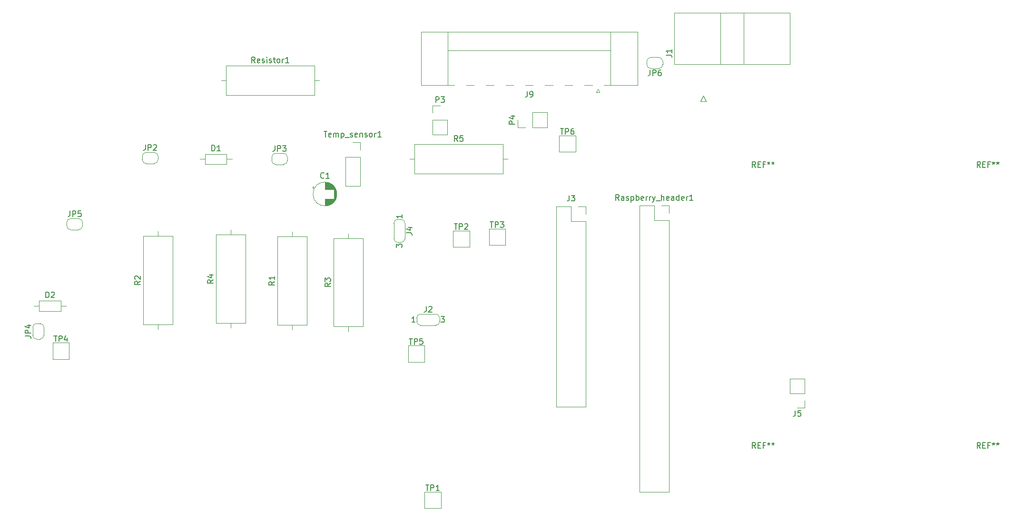
<source format=gbr>
%TF.GenerationSoftware,KiCad,Pcbnew,(5.1.9-0-10_14)*%
%TF.CreationDate,2021-02-20T16:02:38+00:00*%
%TF.ProjectId,base8x,62617365-3878-42e6-9b69-6361645f7063,rev?*%
%TF.SameCoordinates,Original*%
%TF.FileFunction,Legend,Top*%
%TF.FilePolarity,Positive*%
%FSLAX46Y46*%
G04 Gerber Fmt 4.6, Leading zero omitted, Abs format (unit mm)*
G04 Created by KiCad (PCBNEW (5.1.9-0-10_14)) date 2021-02-20 16:02:38*
%MOMM*%
%LPD*%
G01*
G04 APERTURE LIST*
%ADD10C,0.120000*%
%ADD11C,0.150000*%
G04 APERTURE END LIST*
D10*
%TO.C,Raspberry_header1*%
X-226970000Y-53100000D02*
X-224370000Y-53100000D01*
X-226970000Y-53100000D02*
X-226970000Y-104020000D01*
X-226970000Y-104020000D02*
X-221770000Y-104020000D01*
X-221770000Y-55700000D02*
X-221770000Y-104020000D01*
X-224370000Y-55700000D02*
X-221770000Y-55700000D01*
X-224370000Y-53100000D02*
X-224370000Y-55700000D01*
X-221770000Y-53100000D02*
X-221770000Y-54430000D01*
X-223100000Y-53100000D02*
X-221770000Y-53100000D01*
%TO.C,D2*%
X-329011640Y-70898520D02*
X-329961640Y-70898520D01*
X-334751640Y-70898520D02*
X-333801640Y-70898520D01*
X-329961640Y-69978520D02*
X-333801640Y-69978520D01*
X-329961640Y-71818520D02*
X-329961640Y-69978520D01*
X-333801640Y-71818520D02*
X-329961640Y-71818520D01*
X-333801640Y-69978520D02*
X-333801640Y-71818520D01*
%TO.C,D1*%
X-299490000Y-44800000D02*
X-300440000Y-44800000D01*
X-305230000Y-44800000D02*
X-304280000Y-44800000D01*
X-300440000Y-43880000D02*
X-304280000Y-43880000D01*
X-300440000Y-45720000D02*
X-300440000Y-43880000D01*
X-304280000Y-45720000D02*
X-300440000Y-45720000D01*
X-304280000Y-43880000D02*
X-304280000Y-45720000D01*
%TO.C,Resistor1*%
X-283990000Y-30810000D02*
X-284840000Y-30810000D01*
X-301430000Y-30810000D02*
X-300580000Y-30810000D01*
X-284840000Y-28190000D02*
X-300580000Y-28190000D01*
X-284840000Y-33430000D02*
X-284840000Y-28190000D01*
X-300580000Y-33430000D02*
X-284840000Y-33430000D01*
X-300580000Y-28190000D02*
X-300580000Y-33430000D01*
%TO.C,R5*%
X-250461600Y-44780200D02*
X-251311600Y-44780200D01*
X-267901600Y-44780200D02*
X-267051600Y-44780200D01*
X-251311600Y-42160200D02*
X-267051600Y-42160200D01*
X-251311600Y-47400200D02*
X-251311600Y-42160200D01*
X-267051600Y-47400200D02*
X-251311600Y-47400200D01*
X-267051600Y-42160200D02*
X-267051600Y-47400200D01*
%TO.C,R4*%
X-299690000Y-57410000D02*
X-299690000Y-58260000D01*
X-299690000Y-74850000D02*
X-299690000Y-74000000D01*
X-302310000Y-58260000D02*
X-302310000Y-74000000D01*
X-297070000Y-58260000D02*
X-302310000Y-58260000D01*
X-297070000Y-74000000D02*
X-297070000Y-58260000D01*
X-302310000Y-74000000D02*
X-297070000Y-74000000D01*
%TO.C,R3*%
X-278810000Y-58020000D02*
X-278810000Y-58870000D01*
X-278810000Y-75460000D02*
X-278810000Y-74610000D01*
X-281430000Y-58870000D02*
X-281430000Y-74610000D01*
X-276190000Y-58870000D02*
X-281430000Y-58870000D01*
X-276190000Y-74610000D02*
X-276190000Y-58870000D01*
X-281430000Y-74610000D02*
X-276190000Y-74610000D01*
%TO.C,R2*%
X-312650000Y-57640000D02*
X-312650000Y-58490000D01*
X-312650000Y-75080000D02*
X-312650000Y-74230000D01*
X-315270000Y-58490000D02*
X-315270000Y-74230000D01*
X-310030000Y-58490000D02*
X-315270000Y-58490000D01*
X-310030000Y-74230000D02*
X-310030000Y-58490000D01*
X-315270000Y-74230000D02*
X-310030000Y-74230000D01*
%TO.C,R1*%
X-288790000Y-57720000D02*
X-288790000Y-58570000D01*
X-288790000Y-75160000D02*
X-288790000Y-74310000D01*
X-291410000Y-58570000D02*
X-291410000Y-74310000D01*
X-286170000Y-58570000D02*
X-291410000Y-58570000D01*
X-286170000Y-74310000D02*
X-286170000Y-58570000D01*
X-291410000Y-74310000D02*
X-286170000Y-74310000D01*
%TO.C,TP5*%
X-268170000Y-80890000D02*
X-268170000Y-77990000D01*
X-265270000Y-80890000D02*
X-268170000Y-80890000D01*
X-265270000Y-77990000D02*
X-265270000Y-80890000D01*
X-268170000Y-77990000D02*
X-265270000Y-77990000D01*
%TO.C,TP4*%
X-331386000Y-80380000D02*
X-331386000Y-77480000D01*
X-328486000Y-80380000D02*
X-331386000Y-80380000D01*
X-328486000Y-77480000D02*
X-328486000Y-80380000D01*
X-331386000Y-77480000D02*
X-328486000Y-77480000D01*
%TO.C,TP3*%
X-253770000Y-60090000D02*
X-253770000Y-57190000D01*
X-250870000Y-60090000D02*
X-253770000Y-60090000D01*
X-250870000Y-57190000D02*
X-250870000Y-60090000D01*
X-253770000Y-57190000D02*
X-250870000Y-57190000D01*
%TO.C,TP2*%
X-260140000Y-60430000D02*
X-260140000Y-57530000D01*
X-257240000Y-60430000D02*
X-260140000Y-60430000D01*
X-257240000Y-57530000D02*
X-257240000Y-60430000D01*
X-260140000Y-57530000D02*
X-257240000Y-57530000D01*
%TO.C,J1*%
X-215120600Y-34506400D02*
X-215620600Y-33506400D01*
X-216120600Y-34506400D02*
X-215120600Y-34506400D01*
X-215620600Y-33506400D02*
X-216120600Y-34506400D01*
X-200250600Y-27886400D02*
X-220830600Y-27886400D01*
X-200250600Y-18766400D02*
X-200250600Y-27886400D01*
X-220830600Y-18766400D02*
X-200250600Y-18766400D01*
X-220830600Y-27886400D02*
X-220830600Y-18766400D01*
X-208490600Y-27886400D02*
X-208490600Y-18766400D01*
X-212590600Y-27886400D02*
X-212590600Y-18766400D01*
%TO.C,J2*%
X-266004500Y-72367900D02*
X-263204500Y-72367900D01*
X-262554500Y-73067900D02*
X-262554500Y-73667900D01*
X-263204500Y-74367900D02*
X-266004500Y-74367900D01*
X-266654500Y-73667900D02*
X-266654500Y-73067900D01*
X-263254500Y-72367900D02*
G75*
G02*
X-262554500Y-73067900I0J-700000D01*
G01*
X-262554500Y-73667900D02*
G75*
G02*
X-263254500Y-74367900I-700000J0D01*
G01*
X-265954500Y-74367900D02*
G75*
G02*
X-266654500Y-73667900I0J700000D01*
G01*
X-266654500Y-73067900D02*
G75*
G02*
X-265954500Y-72367900I700000J0D01*
G01*
%TO.C,J3*%
X-237910000Y-53240000D02*
X-236580000Y-53240000D01*
X-236580000Y-53240000D02*
X-236580000Y-54570000D01*
X-239180000Y-53240000D02*
X-239180000Y-55840000D01*
X-239180000Y-55840000D02*
X-236580000Y-55840000D01*
X-236580000Y-55840000D02*
X-236580000Y-88920000D01*
X-241780000Y-88920000D02*
X-236580000Y-88920000D01*
X-241780000Y-53240000D02*
X-241780000Y-88920000D01*
X-241780000Y-53240000D02*
X-239180000Y-53240000D01*
%TO.C,J4*%
X-270020000Y-55520000D02*
X-269420000Y-55520000D01*
X-270720000Y-58970000D02*
X-270720000Y-56170000D01*
X-269420000Y-59620000D02*
X-270020000Y-59620000D01*
X-268720000Y-56170000D02*
X-268720000Y-58970000D01*
X-269420000Y-55520000D02*
G75*
G02*
X-268720000Y-56220000I0J-700000D01*
G01*
X-270720000Y-56220000D02*
G75*
G02*
X-270020000Y-55520000I700000J0D01*
G01*
X-270020000Y-59620000D02*
G75*
G02*
X-270720000Y-58920000I0J700000D01*
G01*
X-268720000Y-58920000D02*
G75*
G02*
X-269420000Y-59620000I-700000J0D01*
G01*
%TO.C,J9*%
X-234065800Y-32902200D02*
X-234665800Y-32902200D01*
X-234365800Y-32302200D02*
X-234065800Y-32902200D01*
X-234665800Y-32902200D02*
X-234365800Y-32302200D01*
X-261075800Y-31612200D02*
X-261075800Y-22192200D01*
X-232155800Y-31612200D02*
X-232155800Y-22192200D01*
X-232155800Y-25502200D02*
X-261075800Y-25502200D01*
X-256415800Y-31612200D02*
X-257815800Y-31612200D01*
X-252915800Y-31612200D02*
X-254315800Y-31612200D01*
X-249415800Y-31612200D02*
X-250815800Y-31612200D01*
X-245915800Y-31612200D02*
X-247315800Y-31612200D01*
X-242415800Y-31612200D02*
X-243815800Y-31612200D01*
X-238915800Y-31612200D02*
X-240315800Y-31612200D01*
X-235415800Y-31612200D02*
X-236815800Y-31612200D01*
X-265875800Y-31612200D02*
X-259915800Y-31612200D01*
X-227355800Y-31612200D02*
X-233315800Y-31612200D01*
X-265875800Y-22192200D02*
X-265875800Y-31612200D01*
X-227355800Y-22192200D02*
X-265875800Y-22192200D01*
X-227355800Y-31612200D02*
X-227355800Y-22192200D01*
%TO.C,JP2*%
X-314770000Y-43590000D02*
X-313370000Y-43590000D01*
X-312670000Y-44290000D02*
X-312670000Y-44890000D01*
X-313370000Y-45590000D02*
X-314770000Y-45590000D01*
X-315470000Y-44890000D02*
X-315470000Y-44290000D01*
X-313370000Y-43590000D02*
G75*
G02*
X-312670000Y-44290000I0J-700000D01*
G01*
X-312670000Y-44890000D02*
G75*
G02*
X-313370000Y-45590000I-700000J0D01*
G01*
X-314770000Y-45590000D02*
G75*
G02*
X-315470000Y-44890000I0J700000D01*
G01*
X-315470000Y-44290000D02*
G75*
G02*
X-314770000Y-43590000I700000J0D01*
G01*
%TO.C,JP3*%
X-292440000Y-45050000D02*
X-292440000Y-44450000D01*
X-290340000Y-45750000D02*
X-291740000Y-45750000D01*
X-289640000Y-44450000D02*
X-289640000Y-45050000D01*
X-291740000Y-43750000D02*
X-290340000Y-43750000D01*
X-292440000Y-44450000D02*
G75*
G02*
X-291740000Y-43750000I700000J0D01*
G01*
X-291740000Y-45750000D02*
G75*
G02*
X-292440000Y-45050000I0J700000D01*
G01*
X-289640000Y-45050000D02*
G75*
G02*
X-290340000Y-45750000I-700000J0D01*
G01*
X-290340000Y-43750000D02*
G75*
G02*
X-289640000Y-44450000I0J-700000D01*
G01*
%TO.C,JP4*%
X-334974600Y-76137500D02*
X-334974600Y-74737500D01*
X-334274600Y-74037500D02*
X-333674600Y-74037500D01*
X-332974600Y-74737500D02*
X-332974600Y-76137500D01*
X-333674600Y-76837500D02*
X-334274600Y-76837500D01*
X-334974600Y-74737500D02*
G75*
G02*
X-334274600Y-74037500I700000J0D01*
G01*
X-333674600Y-74037500D02*
G75*
G02*
X-332974600Y-74737500I0J-700000D01*
G01*
X-332974600Y-76137500D02*
G75*
G02*
X-333674600Y-76837500I-700000J0D01*
G01*
X-334274600Y-76837500D02*
G75*
G02*
X-334974600Y-76137500I0J700000D01*
G01*
%TO.C,JP5*%
X-328200000Y-55370000D02*
X-326800000Y-55370000D01*
X-326100000Y-56070000D02*
X-326100000Y-56670000D01*
X-326800000Y-57370000D02*
X-328200000Y-57370000D01*
X-328900000Y-56670000D02*
X-328900000Y-56070000D01*
X-326800000Y-55370000D02*
G75*
G02*
X-326100000Y-56070000I0J-700000D01*
G01*
X-326100000Y-56670000D02*
G75*
G02*
X-326800000Y-57370000I-700000J0D01*
G01*
X-328200000Y-57370000D02*
G75*
G02*
X-328900000Y-56670000I0J700000D01*
G01*
X-328900000Y-56070000D02*
G75*
G02*
X-328200000Y-55370000I700000J0D01*
G01*
%TO.C,JP6*%
X-222882000Y-27386000D02*
X-222882000Y-27986000D01*
X-224982000Y-26686000D02*
X-223582000Y-26686000D01*
X-225682000Y-27986000D02*
X-225682000Y-27386000D01*
X-223582000Y-28686000D02*
X-224982000Y-28686000D01*
X-222882000Y-27986000D02*
G75*
G02*
X-223582000Y-28686000I-700000J0D01*
G01*
X-223582000Y-26686000D02*
G75*
G02*
X-222882000Y-27386000I0J-700000D01*
G01*
X-225682000Y-27386000D02*
G75*
G02*
X-224982000Y-26686000I700000J0D01*
G01*
X-224982000Y-28686000D02*
G75*
G02*
X-225682000Y-27986000I0J700000D01*
G01*
%TO.C,P3*%
X-263830000Y-40450000D02*
X-261170000Y-40450000D01*
X-263830000Y-37850000D02*
X-263830000Y-40450000D01*
X-261170000Y-37850000D02*
X-261170000Y-40450000D01*
X-263830000Y-37850000D02*
X-261170000Y-37850000D01*
X-263830000Y-36580000D02*
X-263830000Y-35250000D01*
X-263830000Y-35250000D02*
X-262500000Y-35250000D01*
%TO.C,P4*%
X-248630000Y-39170000D02*
X-248630000Y-37840000D01*
X-247300000Y-39170000D02*
X-248630000Y-39170000D01*
X-246030000Y-39170000D02*
X-246030000Y-36510000D01*
X-246030000Y-36510000D02*
X-243430000Y-36510000D01*
X-246030000Y-39170000D02*
X-243430000Y-39170000D01*
X-243430000Y-39170000D02*
X-243430000Y-36510000D01*
%TO.C,Temp_sensor1*%
X-278020000Y-41820000D02*
X-276690000Y-41820000D01*
X-276690000Y-41820000D02*
X-276690000Y-43150000D01*
X-276690000Y-44420000D02*
X-276690000Y-49560000D01*
X-279350000Y-49560000D02*
X-276690000Y-49560000D01*
X-279350000Y-44420000D02*
X-279350000Y-49560000D01*
X-279350000Y-44420000D02*
X-276690000Y-44420000D01*
%TO.C,TP1*%
X-265230000Y-104030000D02*
X-262330000Y-104030000D01*
X-262330000Y-104030000D02*
X-262330000Y-106930000D01*
X-262330000Y-106930000D02*
X-265230000Y-106930000D01*
X-265230000Y-106930000D02*
X-265230000Y-104030000D01*
%TO.C,TP6*%
X-241260000Y-43530000D02*
X-241260000Y-40630000D01*
X-238360000Y-43530000D02*
X-241260000Y-43530000D01*
X-238360000Y-40630000D02*
X-238360000Y-43530000D01*
X-241260000Y-40630000D02*
X-238360000Y-40630000D01*
%TO.C,C1*%
X-280848000Y-51003200D02*
G75*
G03*
X-280848000Y-51003200I-2120000J0D01*
G01*
X-282968000Y-51843200D02*
X-282968000Y-53083200D01*
X-282968000Y-48923200D02*
X-282968000Y-50163200D01*
X-282928000Y-51843200D02*
X-282928000Y-53083200D01*
X-282928000Y-48923200D02*
X-282928000Y-50163200D01*
X-282888000Y-51843200D02*
X-282888000Y-53082200D01*
X-282888000Y-48924200D02*
X-282888000Y-50163200D01*
X-282848000Y-48926200D02*
X-282848000Y-50163200D01*
X-282848000Y-51843200D02*
X-282848000Y-53080200D01*
X-282808000Y-48929200D02*
X-282808000Y-50163200D01*
X-282808000Y-51843200D02*
X-282808000Y-53077200D01*
X-282768000Y-48932200D02*
X-282768000Y-50163200D01*
X-282768000Y-51843200D02*
X-282768000Y-53074200D01*
X-282728000Y-48936200D02*
X-282728000Y-50163200D01*
X-282728000Y-51843200D02*
X-282728000Y-53070200D01*
X-282688000Y-48941200D02*
X-282688000Y-50163200D01*
X-282688000Y-51843200D02*
X-282688000Y-53065200D01*
X-282648000Y-48947200D02*
X-282648000Y-50163200D01*
X-282648000Y-51843200D02*
X-282648000Y-53059200D01*
X-282608000Y-48953200D02*
X-282608000Y-50163200D01*
X-282608000Y-51843200D02*
X-282608000Y-53053200D01*
X-282568000Y-48961200D02*
X-282568000Y-50163200D01*
X-282568000Y-51843200D02*
X-282568000Y-53045200D01*
X-282528000Y-48969200D02*
X-282528000Y-50163200D01*
X-282528000Y-51843200D02*
X-282528000Y-53037200D01*
X-282488000Y-48978200D02*
X-282488000Y-50163200D01*
X-282488000Y-51843200D02*
X-282488000Y-53028200D01*
X-282448000Y-48987200D02*
X-282448000Y-50163200D01*
X-282448000Y-51843200D02*
X-282448000Y-53019200D01*
X-282408000Y-48998200D02*
X-282408000Y-50163200D01*
X-282408000Y-51843200D02*
X-282408000Y-53008200D01*
X-282368000Y-49009200D02*
X-282368000Y-50163200D01*
X-282368000Y-51843200D02*
X-282368000Y-52997200D01*
X-282328000Y-49021200D02*
X-282328000Y-50163200D01*
X-282328000Y-51843200D02*
X-282328000Y-52985200D01*
X-282288000Y-49035200D02*
X-282288000Y-50163200D01*
X-282288000Y-51843200D02*
X-282288000Y-52971200D01*
X-282247000Y-49049200D02*
X-282247000Y-50163200D01*
X-282247000Y-51843200D02*
X-282247000Y-52957200D01*
X-282207000Y-49063200D02*
X-282207000Y-50163200D01*
X-282207000Y-51843200D02*
X-282207000Y-52943200D01*
X-282167000Y-49079200D02*
X-282167000Y-50163200D01*
X-282167000Y-51843200D02*
X-282167000Y-52927200D01*
X-282127000Y-49096200D02*
X-282127000Y-50163200D01*
X-282127000Y-51843200D02*
X-282127000Y-52910200D01*
X-282087000Y-49114200D02*
X-282087000Y-50163200D01*
X-282087000Y-51843200D02*
X-282087000Y-52892200D01*
X-282047000Y-49133200D02*
X-282047000Y-50163200D01*
X-282047000Y-51843200D02*
X-282047000Y-52873200D01*
X-282007000Y-49152200D02*
X-282007000Y-50163200D01*
X-282007000Y-51843200D02*
X-282007000Y-52854200D01*
X-281967000Y-49173200D02*
X-281967000Y-50163200D01*
X-281967000Y-51843200D02*
X-281967000Y-52833200D01*
X-281927000Y-49195200D02*
X-281927000Y-50163200D01*
X-281927000Y-51843200D02*
X-281927000Y-52811200D01*
X-281887000Y-49218200D02*
X-281887000Y-50163200D01*
X-281887000Y-51843200D02*
X-281887000Y-52788200D01*
X-281847000Y-49243200D02*
X-281847000Y-50163200D01*
X-281847000Y-51843200D02*
X-281847000Y-52763200D01*
X-281807000Y-49268200D02*
X-281807000Y-50163200D01*
X-281807000Y-51843200D02*
X-281807000Y-52738200D01*
X-281767000Y-49295200D02*
X-281767000Y-50163200D01*
X-281767000Y-51843200D02*
X-281767000Y-52711200D01*
X-281727000Y-49323200D02*
X-281727000Y-50163200D01*
X-281727000Y-51843200D02*
X-281727000Y-52683200D01*
X-281687000Y-49353200D02*
X-281687000Y-50163200D01*
X-281687000Y-51843200D02*
X-281687000Y-52653200D01*
X-281647000Y-49384200D02*
X-281647000Y-50163200D01*
X-281647000Y-51843200D02*
X-281647000Y-52622200D01*
X-281607000Y-49416200D02*
X-281607000Y-50163200D01*
X-281607000Y-51843200D02*
X-281607000Y-52590200D01*
X-281567000Y-49451200D02*
X-281567000Y-50163200D01*
X-281567000Y-51843200D02*
X-281567000Y-52555200D01*
X-281527000Y-49487200D02*
X-281527000Y-50163200D01*
X-281527000Y-51843200D02*
X-281527000Y-52519200D01*
X-281487000Y-49525200D02*
X-281487000Y-50163200D01*
X-281487000Y-51843200D02*
X-281487000Y-52481200D01*
X-281447000Y-49565200D02*
X-281447000Y-50163200D01*
X-281447000Y-51843200D02*
X-281447000Y-52441200D01*
X-281407000Y-49607200D02*
X-281407000Y-50163200D01*
X-281407000Y-51843200D02*
X-281407000Y-52399200D01*
X-281367000Y-49652200D02*
X-281367000Y-52354200D01*
X-281327000Y-49699200D02*
X-281327000Y-52307200D01*
X-281287000Y-49749200D02*
X-281287000Y-52257200D01*
X-281247000Y-49803200D02*
X-281247000Y-52203200D01*
X-281207000Y-49861200D02*
X-281207000Y-52145200D01*
X-281167000Y-49923200D02*
X-281167000Y-52083200D01*
X-281127000Y-49990200D02*
X-281127000Y-52016200D01*
X-281087000Y-50063200D02*
X-281087000Y-51943200D01*
X-281047000Y-50144200D02*
X-281047000Y-51862200D01*
X-281007000Y-50235200D02*
X-281007000Y-51771200D01*
X-280967000Y-50339200D02*
X-280967000Y-51667200D01*
X-280927000Y-50466200D02*
X-280927000Y-51540200D01*
X-280887000Y-50633200D02*
X-280887000Y-51373200D01*
X-285237801Y-49808200D02*
X-284837801Y-49808200D01*
X-285037801Y-49608200D02*
X-285037801Y-50008200D01*
%TO.C,J5*%
X-197600000Y-89080000D02*
X-198930000Y-89080000D01*
X-197600000Y-87750000D02*
X-197600000Y-89080000D01*
X-197600000Y-86480000D02*
X-200260000Y-86480000D01*
X-200260000Y-86480000D02*
X-200260000Y-83880000D01*
X-197600000Y-86480000D02*
X-197600000Y-83880000D01*
X-197600000Y-83880000D02*
X-200260000Y-83880000D01*
%TO.C,REF\u002A\u002A*%
D11*
X-166333333Y-96252380D02*
X-166666666Y-95776190D01*
X-166904761Y-96252380D02*
X-166904761Y-95252380D01*
X-166523809Y-95252380D01*
X-166428571Y-95300000D01*
X-166380952Y-95347619D01*
X-166333333Y-95442857D01*
X-166333333Y-95585714D01*
X-166380952Y-95680952D01*
X-166428571Y-95728571D01*
X-166523809Y-95776190D01*
X-166904761Y-95776190D01*
X-165904761Y-95728571D02*
X-165571428Y-95728571D01*
X-165428571Y-96252380D02*
X-165904761Y-96252380D01*
X-165904761Y-95252380D01*
X-165428571Y-95252380D01*
X-164666666Y-95728571D02*
X-165000000Y-95728571D01*
X-165000000Y-96252380D02*
X-165000000Y-95252380D01*
X-164523809Y-95252380D01*
X-164000000Y-95252380D02*
X-164000000Y-95490476D01*
X-164238095Y-95395238D02*
X-164000000Y-95490476D01*
X-163761904Y-95395238D01*
X-164142857Y-95680952D02*
X-164000000Y-95490476D01*
X-163857142Y-95680952D01*
X-163238095Y-95252380D02*
X-163238095Y-95490476D01*
X-163476190Y-95395238D02*
X-163238095Y-95490476D01*
X-163000000Y-95395238D01*
X-163380952Y-95680952D02*
X-163238095Y-95490476D01*
X-163095238Y-95680952D01*
X-166333333Y-46252380D02*
X-166666666Y-45776190D01*
X-166904761Y-46252380D02*
X-166904761Y-45252380D01*
X-166523809Y-45252380D01*
X-166428571Y-45300000D01*
X-166380952Y-45347619D01*
X-166333333Y-45442857D01*
X-166333333Y-45585714D01*
X-166380952Y-45680952D01*
X-166428571Y-45728571D01*
X-166523809Y-45776190D01*
X-166904761Y-45776190D01*
X-165904761Y-45728571D02*
X-165571428Y-45728571D01*
X-165428571Y-46252380D02*
X-165904761Y-46252380D01*
X-165904761Y-45252380D01*
X-165428571Y-45252380D01*
X-164666666Y-45728571D02*
X-165000000Y-45728571D01*
X-165000000Y-46252380D02*
X-165000000Y-45252380D01*
X-164523809Y-45252380D01*
X-164000000Y-45252380D02*
X-164000000Y-45490476D01*
X-164238095Y-45395238D02*
X-164000000Y-45490476D01*
X-163761904Y-45395238D01*
X-164142857Y-45680952D02*
X-164000000Y-45490476D01*
X-163857142Y-45680952D01*
X-163238095Y-45252380D02*
X-163238095Y-45490476D01*
X-163476190Y-45395238D02*
X-163238095Y-45490476D01*
X-163000000Y-45395238D01*
X-163380952Y-45680952D02*
X-163238095Y-45490476D01*
X-163095238Y-45680952D01*
X-206333333Y-46252380D02*
X-206666666Y-45776190D01*
X-206904761Y-46252380D02*
X-206904761Y-45252380D01*
X-206523809Y-45252380D01*
X-206428571Y-45300000D01*
X-206380952Y-45347619D01*
X-206333333Y-45442857D01*
X-206333333Y-45585714D01*
X-206380952Y-45680952D01*
X-206428571Y-45728571D01*
X-206523809Y-45776190D01*
X-206904761Y-45776190D01*
X-205904761Y-45728571D02*
X-205571428Y-45728571D01*
X-205428571Y-46252380D02*
X-205904761Y-46252380D01*
X-205904761Y-45252380D01*
X-205428571Y-45252380D01*
X-204666666Y-45728571D02*
X-205000000Y-45728571D01*
X-205000000Y-46252380D02*
X-205000000Y-45252380D01*
X-204523809Y-45252380D01*
X-204000000Y-45252380D02*
X-204000000Y-45490476D01*
X-204238095Y-45395238D02*
X-204000000Y-45490476D01*
X-203761904Y-45395238D01*
X-204142857Y-45680952D02*
X-204000000Y-45490476D01*
X-203857142Y-45680952D01*
X-203238095Y-45252380D02*
X-203238095Y-45490476D01*
X-203476190Y-45395238D02*
X-203238095Y-45490476D01*
X-203000000Y-45395238D01*
X-203380952Y-45680952D02*
X-203238095Y-45490476D01*
X-203095238Y-45680952D01*
X-206333333Y-96252380D02*
X-206666666Y-95776190D01*
X-206904761Y-96252380D02*
X-206904761Y-95252380D01*
X-206523809Y-95252380D01*
X-206428571Y-95300000D01*
X-206380952Y-95347619D01*
X-206333333Y-95442857D01*
X-206333333Y-95585714D01*
X-206380952Y-95680952D01*
X-206428571Y-95728571D01*
X-206523809Y-95776190D01*
X-206904761Y-95776190D01*
X-205904761Y-95728571D02*
X-205571428Y-95728571D01*
X-205428571Y-96252380D02*
X-205904761Y-96252380D01*
X-205904761Y-95252380D01*
X-205428571Y-95252380D01*
X-204666666Y-95728571D02*
X-205000000Y-95728571D01*
X-205000000Y-96252380D02*
X-205000000Y-95252380D01*
X-204523809Y-95252380D01*
X-204000000Y-95252380D02*
X-204000000Y-95490476D01*
X-204238095Y-95395238D02*
X-204000000Y-95490476D01*
X-203761904Y-95395238D01*
X-204142857Y-95680952D02*
X-204000000Y-95490476D01*
X-203857142Y-95680952D01*
X-203238095Y-95252380D02*
X-203238095Y-95490476D01*
X-203476190Y-95395238D02*
X-203238095Y-95490476D01*
X-203000000Y-95395238D01*
X-203380952Y-95680952D02*
X-203238095Y-95490476D01*
X-203095238Y-95680952D01*
%TO.C,Raspberry_header1*%
X-230631904Y-52112380D02*
X-230965238Y-51636190D01*
X-231203333Y-52112380D02*
X-231203333Y-51112380D01*
X-230822380Y-51112380D01*
X-230727142Y-51160000D01*
X-230679523Y-51207619D01*
X-230631904Y-51302857D01*
X-230631904Y-51445714D01*
X-230679523Y-51540952D01*
X-230727142Y-51588571D01*
X-230822380Y-51636190D01*
X-231203333Y-51636190D01*
X-229774761Y-52112380D02*
X-229774761Y-51588571D01*
X-229822380Y-51493333D01*
X-229917619Y-51445714D01*
X-230108095Y-51445714D01*
X-230203333Y-51493333D01*
X-229774761Y-52064761D02*
X-229870000Y-52112380D01*
X-230108095Y-52112380D01*
X-230203333Y-52064761D01*
X-230250952Y-51969523D01*
X-230250952Y-51874285D01*
X-230203333Y-51779047D01*
X-230108095Y-51731428D01*
X-229870000Y-51731428D01*
X-229774761Y-51683809D01*
X-229346190Y-52064761D02*
X-229250952Y-52112380D01*
X-229060476Y-52112380D01*
X-228965238Y-52064761D01*
X-228917619Y-51969523D01*
X-228917619Y-51921904D01*
X-228965238Y-51826666D01*
X-229060476Y-51779047D01*
X-229203333Y-51779047D01*
X-229298571Y-51731428D01*
X-229346190Y-51636190D01*
X-229346190Y-51588571D01*
X-229298571Y-51493333D01*
X-229203333Y-51445714D01*
X-229060476Y-51445714D01*
X-228965238Y-51493333D01*
X-228489047Y-51445714D02*
X-228489047Y-52445714D01*
X-228489047Y-51493333D02*
X-228393809Y-51445714D01*
X-228203333Y-51445714D01*
X-228108095Y-51493333D01*
X-228060476Y-51540952D01*
X-228012857Y-51636190D01*
X-228012857Y-51921904D01*
X-228060476Y-52017142D01*
X-228108095Y-52064761D01*
X-228203333Y-52112380D01*
X-228393809Y-52112380D01*
X-228489047Y-52064761D01*
X-227584285Y-52112380D02*
X-227584285Y-51112380D01*
X-227584285Y-51493333D02*
X-227489047Y-51445714D01*
X-227298571Y-51445714D01*
X-227203333Y-51493333D01*
X-227155714Y-51540952D01*
X-227108095Y-51636190D01*
X-227108095Y-51921904D01*
X-227155714Y-52017142D01*
X-227203333Y-52064761D01*
X-227298571Y-52112380D01*
X-227489047Y-52112380D01*
X-227584285Y-52064761D01*
X-226298571Y-52064761D02*
X-226393809Y-52112380D01*
X-226584285Y-52112380D01*
X-226679523Y-52064761D01*
X-226727142Y-51969523D01*
X-226727142Y-51588571D01*
X-226679523Y-51493333D01*
X-226584285Y-51445714D01*
X-226393809Y-51445714D01*
X-226298571Y-51493333D01*
X-226250952Y-51588571D01*
X-226250952Y-51683809D01*
X-226727142Y-51779047D01*
X-225822380Y-52112380D02*
X-225822380Y-51445714D01*
X-225822380Y-51636190D02*
X-225774761Y-51540952D01*
X-225727142Y-51493333D01*
X-225631904Y-51445714D01*
X-225536666Y-51445714D01*
X-225203333Y-52112380D02*
X-225203333Y-51445714D01*
X-225203333Y-51636190D02*
X-225155714Y-51540952D01*
X-225108095Y-51493333D01*
X-225012857Y-51445714D01*
X-224917619Y-51445714D01*
X-224679523Y-51445714D02*
X-224441428Y-52112380D01*
X-224203333Y-51445714D02*
X-224441428Y-52112380D01*
X-224536666Y-52350476D01*
X-224584285Y-52398095D01*
X-224679523Y-52445714D01*
X-224060476Y-52207619D02*
X-223298571Y-52207619D01*
X-223060476Y-52112380D02*
X-223060476Y-51112380D01*
X-222631904Y-52112380D02*
X-222631904Y-51588571D01*
X-222679523Y-51493333D01*
X-222774761Y-51445714D01*
X-222917619Y-51445714D01*
X-223012857Y-51493333D01*
X-223060476Y-51540952D01*
X-221774761Y-52064761D02*
X-221870000Y-52112380D01*
X-222060476Y-52112380D01*
X-222155714Y-52064761D01*
X-222203333Y-51969523D01*
X-222203333Y-51588571D01*
X-222155714Y-51493333D01*
X-222060476Y-51445714D01*
X-221870000Y-51445714D01*
X-221774761Y-51493333D01*
X-221727142Y-51588571D01*
X-221727142Y-51683809D01*
X-222203333Y-51779047D01*
X-220870000Y-52112380D02*
X-220870000Y-51588571D01*
X-220917619Y-51493333D01*
X-221012857Y-51445714D01*
X-221203333Y-51445714D01*
X-221298571Y-51493333D01*
X-220870000Y-52064761D02*
X-220965238Y-52112380D01*
X-221203333Y-52112380D01*
X-221298571Y-52064761D01*
X-221346190Y-51969523D01*
X-221346190Y-51874285D01*
X-221298571Y-51779047D01*
X-221203333Y-51731428D01*
X-220965238Y-51731428D01*
X-220870000Y-51683809D01*
X-219965238Y-52112380D02*
X-219965238Y-51112380D01*
X-219965238Y-52064761D02*
X-220060476Y-52112380D01*
X-220250952Y-52112380D01*
X-220346190Y-52064761D01*
X-220393809Y-52017142D01*
X-220441428Y-51921904D01*
X-220441428Y-51636190D01*
X-220393809Y-51540952D01*
X-220346190Y-51493333D01*
X-220250952Y-51445714D01*
X-220060476Y-51445714D01*
X-219965238Y-51493333D01*
X-219108095Y-52064761D02*
X-219203333Y-52112380D01*
X-219393809Y-52112380D01*
X-219489047Y-52064761D01*
X-219536666Y-51969523D01*
X-219536666Y-51588571D01*
X-219489047Y-51493333D01*
X-219393809Y-51445714D01*
X-219203333Y-51445714D01*
X-219108095Y-51493333D01*
X-219060476Y-51588571D01*
X-219060476Y-51683809D01*
X-219536666Y-51779047D01*
X-218631904Y-52112380D02*
X-218631904Y-51445714D01*
X-218631904Y-51636190D02*
X-218584285Y-51540952D01*
X-218536666Y-51493333D01*
X-218441428Y-51445714D01*
X-218346190Y-51445714D01*
X-217489047Y-52112380D02*
X-218060476Y-52112380D01*
X-217774761Y-52112380D02*
X-217774761Y-51112380D01*
X-217870000Y-51255238D01*
X-217965238Y-51350476D01*
X-218060476Y-51398095D01*
%TO.C,D2*%
X-332619735Y-69430900D02*
X-332619735Y-68430900D01*
X-332381640Y-68430900D01*
X-332238782Y-68478520D01*
X-332143544Y-68573758D01*
X-332095925Y-68668996D01*
X-332048306Y-68859472D01*
X-332048306Y-69002329D01*
X-332095925Y-69192805D01*
X-332143544Y-69288043D01*
X-332238782Y-69383281D01*
X-332381640Y-69430900D01*
X-332619735Y-69430900D01*
X-331667354Y-68526139D02*
X-331619735Y-68478520D01*
X-331524497Y-68430900D01*
X-331286401Y-68430900D01*
X-331191163Y-68478520D01*
X-331143544Y-68526139D01*
X-331095925Y-68621377D01*
X-331095925Y-68716615D01*
X-331143544Y-68859472D01*
X-331714973Y-69430900D01*
X-331095925Y-69430900D01*
%TO.C,D1*%
X-303098095Y-43332380D02*
X-303098095Y-42332380D01*
X-302860000Y-42332380D01*
X-302717142Y-42380000D01*
X-302621904Y-42475238D01*
X-302574285Y-42570476D01*
X-302526666Y-42760952D01*
X-302526666Y-42903809D01*
X-302574285Y-43094285D01*
X-302621904Y-43189523D01*
X-302717142Y-43284761D01*
X-302860000Y-43332380D01*
X-303098095Y-43332380D01*
X-301574285Y-43332380D02*
X-302145714Y-43332380D01*
X-301860000Y-43332380D02*
X-301860000Y-42332380D01*
X-301955238Y-42475238D01*
X-302050476Y-42570476D01*
X-302145714Y-42618095D01*
%TO.C,Resistor1*%
X-295400476Y-27642380D02*
X-295733809Y-27166190D01*
X-295971904Y-27642380D02*
X-295971904Y-26642380D01*
X-295590952Y-26642380D01*
X-295495714Y-26690000D01*
X-295448095Y-26737619D01*
X-295400476Y-26832857D01*
X-295400476Y-26975714D01*
X-295448095Y-27070952D01*
X-295495714Y-27118571D01*
X-295590952Y-27166190D01*
X-295971904Y-27166190D01*
X-294590952Y-27594761D02*
X-294686190Y-27642380D01*
X-294876666Y-27642380D01*
X-294971904Y-27594761D01*
X-295019523Y-27499523D01*
X-295019523Y-27118571D01*
X-294971904Y-27023333D01*
X-294876666Y-26975714D01*
X-294686190Y-26975714D01*
X-294590952Y-27023333D01*
X-294543333Y-27118571D01*
X-294543333Y-27213809D01*
X-295019523Y-27309047D01*
X-294162380Y-27594761D02*
X-294067142Y-27642380D01*
X-293876666Y-27642380D01*
X-293781428Y-27594761D01*
X-293733809Y-27499523D01*
X-293733809Y-27451904D01*
X-293781428Y-27356666D01*
X-293876666Y-27309047D01*
X-294019523Y-27309047D01*
X-294114761Y-27261428D01*
X-294162380Y-27166190D01*
X-294162380Y-27118571D01*
X-294114761Y-27023333D01*
X-294019523Y-26975714D01*
X-293876666Y-26975714D01*
X-293781428Y-27023333D01*
X-293305238Y-27642380D02*
X-293305238Y-26975714D01*
X-293305238Y-26642380D02*
X-293352857Y-26690000D01*
X-293305238Y-26737619D01*
X-293257619Y-26690000D01*
X-293305238Y-26642380D01*
X-293305238Y-26737619D01*
X-292876666Y-27594761D02*
X-292781428Y-27642380D01*
X-292590952Y-27642380D01*
X-292495714Y-27594761D01*
X-292448095Y-27499523D01*
X-292448095Y-27451904D01*
X-292495714Y-27356666D01*
X-292590952Y-27309047D01*
X-292733809Y-27309047D01*
X-292829047Y-27261428D01*
X-292876666Y-27166190D01*
X-292876666Y-27118571D01*
X-292829047Y-27023333D01*
X-292733809Y-26975714D01*
X-292590952Y-26975714D01*
X-292495714Y-27023333D01*
X-292162380Y-26975714D02*
X-291781428Y-26975714D01*
X-292019523Y-26642380D02*
X-292019523Y-27499523D01*
X-291971904Y-27594761D01*
X-291876666Y-27642380D01*
X-291781428Y-27642380D01*
X-291305238Y-27642380D02*
X-291400476Y-27594761D01*
X-291448095Y-27547142D01*
X-291495714Y-27451904D01*
X-291495714Y-27166190D01*
X-291448095Y-27070952D01*
X-291400476Y-27023333D01*
X-291305238Y-26975714D01*
X-291162380Y-26975714D01*
X-291067142Y-27023333D01*
X-291019523Y-27070952D01*
X-290971904Y-27166190D01*
X-290971904Y-27451904D01*
X-291019523Y-27547142D01*
X-291067142Y-27594761D01*
X-291162380Y-27642380D01*
X-291305238Y-27642380D01*
X-290543333Y-27642380D02*
X-290543333Y-26975714D01*
X-290543333Y-27166190D02*
X-290495714Y-27070952D01*
X-290448095Y-27023333D01*
X-290352857Y-26975714D01*
X-290257619Y-26975714D01*
X-289400476Y-27642380D02*
X-289971904Y-27642380D01*
X-289686190Y-27642380D02*
X-289686190Y-26642380D01*
X-289781428Y-26785238D01*
X-289876666Y-26880476D01*
X-289971904Y-26928095D01*
%TO.C,R5*%
X-259348266Y-41612580D02*
X-259681600Y-41136390D01*
X-259919695Y-41612580D02*
X-259919695Y-40612580D01*
X-259538742Y-40612580D01*
X-259443504Y-40660200D01*
X-259395885Y-40707819D01*
X-259348266Y-40803057D01*
X-259348266Y-40945914D01*
X-259395885Y-41041152D01*
X-259443504Y-41088771D01*
X-259538742Y-41136390D01*
X-259919695Y-41136390D01*
X-258443504Y-40612580D02*
X-258919695Y-40612580D01*
X-258967314Y-41088771D01*
X-258919695Y-41041152D01*
X-258824457Y-40993533D01*
X-258586361Y-40993533D01*
X-258491123Y-41041152D01*
X-258443504Y-41088771D01*
X-258395885Y-41184009D01*
X-258395885Y-41422104D01*
X-258443504Y-41517342D01*
X-258491123Y-41564961D01*
X-258586361Y-41612580D01*
X-258824457Y-41612580D01*
X-258919695Y-41564961D01*
X-258967314Y-41517342D01*
%TO.C,R4*%
X-302857619Y-66296666D02*
X-303333809Y-66630000D01*
X-302857619Y-66868095D02*
X-303857619Y-66868095D01*
X-303857619Y-66487142D01*
X-303810000Y-66391904D01*
X-303762380Y-66344285D01*
X-303667142Y-66296666D01*
X-303524285Y-66296666D01*
X-303429047Y-66344285D01*
X-303381428Y-66391904D01*
X-303333809Y-66487142D01*
X-303333809Y-66868095D01*
X-303524285Y-65439523D02*
X-302857619Y-65439523D01*
X-303905238Y-65677619D02*
X-303190952Y-65915714D01*
X-303190952Y-65296666D01*
%TO.C,R3*%
X-281977619Y-66906666D02*
X-282453809Y-67240000D01*
X-281977619Y-67478095D02*
X-282977619Y-67478095D01*
X-282977619Y-67097142D01*
X-282930000Y-67001904D01*
X-282882380Y-66954285D01*
X-282787142Y-66906666D01*
X-282644285Y-66906666D01*
X-282549047Y-66954285D01*
X-282501428Y-67001904D01*
X-282453809Y-67097142D01*
X-282453809Y-67478095D01*
X-282977619Y-66573333D02*
X-282977619Y-65954285D01*
X-282596666Y-66287619D01*
X-282596666Y-66144761D01*
X-282549047Y-66049523D01*
X-282501428Y-66001904D01*
X-282406190Y-65954285D01*
X-282168095Y-65954285D01*
X-282072857Y-66001904D01*
X-282025238Y-66049523D01*
X-281977619Y-66144761D01*
X-281977619Y-66430476D01*
X-282025238Y-66525714D01*
X-282072857Y-66573333D01*
%TO.C,R2*%
X-315817619Y-66526666D02*
X-316293809Y-66860000D01*
X-315817619Y-67098095D02*
X-316817619Y-67098095D01*
X-316817619Y-66717142D01*
X-316770000Y-66621904D01*
X-316722380Y-66574285D01*
X-316627142Y-66526666D01*
X-316484285Y-66526666D01*
X-316389047Y-66574285D01*
X-316341428Y-66621904D01*
X-316293809Y-66717142D01*
X-316293809Y-67098095D01*
X-316722380Y-66145714D02*
X-316770000Y-66098095D01*
X-316817619Y-66002857D01*
X-316817619Y-65764761D01*
X-316770000Y-65669523D01*
X-316722380Y-65621904D01*
X-316627142Y-65574285D01*
X-316531904Y-65574285D01*
X-316389047Y-65621904D01*
X-315817619Y-66193333D01*
X-315817619Y-65574285D01*
%TO.C,R1*%
X-291957619Y-66606666D02*
X-292433809Y-66940000D01*
X-291957619Y-67178095D02*
X-292957619Y-67178095D01*
X-292957619Y-66797142D01*
X-292910000Y-66701904D01*
X-292862380Y-66654285D01*
X-292767142Y-66606666D01*
X-292624285Y-66606666D01*
X-292529047Y-66654285D01*
X-292481428Y-66701904D01*
X-292433809Y-66797142D01*
X-292433809Y-67178095D01*
X-291957619Y-65654285D02*
X-291957619Y-66225714D01*
X-291957619Y-65940000D02*
X-292957619Y-65940000D01*
X-292814761Y-66035238D01*
X-292719523Y-66130476D01*
X-292671904Y-66225714D01*
%TO.C,TP5*%
X-267981904Y-76744380D02*
X-267410476Y-76744380D01*
X-267696190Y-77744380D02*
X-267696190Y-76744380D01*
X-267077142Y-77744380D02*
X-267077142Y-76744380D01*
X-266696190Y-76744380D01*
X-266600952Y-76792000D01*
X-266553333Y-76839619D01*
X-266505714Y-76934857D01*
X-266505714Y-77077714D01*
X-266553333Y-77172952D01*
X-266600952Y-77220571D01*
X-266696190Y-77268190D01*
X-267077142Y-77268190D01*
X-265600952Y-76744380D02*
X-266077142Y-76744380D01*
X-266124761Y-77220571D01*
X-266077142Y-77172952D01*
X-265981904Y-77125333D01*
X-265743809Y-77125333D01*
X-265648571Y-77172952D01*
X-265600952Y-77220571D01*
X-265553333Y-77315809D01*
X-265553333Y-77553904D01*
X-265600952Y-77649142D01*
X-265648571Y-77696761D01*
X-265743809Y-77744380D01*
X-265981904Y-77744380D01*
X-266077142Y-77696761D01*
X-266124761Y-77649142D01*
%TO.C,TP4*%
X-331197904Y-76234380D02*
X-330626476Y-76234380D01*
X-330912190Y-77234380D02*
X-330912190Y-76234380D01*
X-330293142Y-77234380D02*
X-330293142Y-76234380D01*
X-329912190Y-76234380D01*
X-329816952Y-76282000D01*
X-329769333Y-76329619D01*
X-329721714Y-76424857D01*
X-329721714Y-76567714D01*
X-329769333Y-76662952D01*
X-329816952Y-76710571D01*
X-329912190Y-76758190D01*
X-330293142Y-76758190D01*
X-328864571Y-76567714D02*
X-328864571Y-77234380D01*
X-329102666Y-76186761D02*
X-329340761Y-76901047D01*
X-328721714Y-76901047D01*
%TO.C,TP3*%
X-253581904Y-55944380D02*
X-253010476Y-55944380D01*
X-253296190Y-56944380D02*
X-253296190Y-55944380D01*
X-252677142Y-56944380D02*
X-252677142Y-55944380D01*
X-252296190Y-55944380D01*
X-252200952Y-55992000D01*
X-252153333Y-56039619D01*
X-252105714Y-56134857D01*
X-252105714Y-56277714D01*
X-252153333Y-56372952D01*
X-252200952Y-56420571D01*
X-252296190Y-56468190D01*
X-252677142Y-56468190D01*
X-251772380Y-55944380D02*
X-251153333Y-55944380D01*
X-251486666Y-56325333D01*
X-251343809Y-56325333D01*
X-251248571Y-56372952D01*
X-251200952Y-56420571D01*
X-251153333Y-56515809D01*
X-251153333Y-56753904D01*
X-251200952Y-56849142D01*
X-251248571Y-56896761D01*
X-251343809Y-56944380D01*
X-251629523Y-56944380D01*
X-251724761Y-56896761D01*
X-251772380Y-56849142D01*
%TO.C,TP2*%
X-259951904Y-56284380D02*
X-259380476Y-56284380D01*
X-259666190Y-57284380D02*
X-259666190Y-56284380D01*
X-259047142Y-57284380D02*
X-259047142Y-56284380D01*
X-258666190Y-56284380D01*
X-258570952Y-56332000D01*
X-258523333Y-56379619D01*
X-258475714Y-56474857D01*
X-258475714Y-56617714D01*
X-258523333Y-56712952D01*
X-258570952Y-56760571D01*
X-258666190Y-56808190D01*
X-259047142Y-56808190D01*
X-258094761Y-56379619D02*
X-258047142Y-56332000D01*
X-257951904Y-56284380D01*
X-257713809Y-56284380D01*
X-257618571Y-56332000D01*
X-257570952Y-56379619D01*
X-257523333Y-56474857D01*
X-257523333Y-56570095D01*
X-257570952Y-56712952D01*
X-258142380Y-57284380D01*
X-257523333Y-57284380D01*
%TO.C,J1*%
X-222268219Y-26274733D02*
X-221553933Y-26274733D01*
X-221411076Y-26322352D01*
X-221315838Y-26417590D01*
X-221268219Y-26560447D01*
X-221268219Y-26655685D01*
X-221268219Y-25274733D02*
X-221268219Y-25846161D01*
X-221268219Y-25560447D02*
X-222268219Y-25560447D01*
X-222125361Y-25655685D01*
X-222030123Y-25750923D01*
X-221982504Y-25846161D01*
%TO.C,J2*%
X-264937833Y-71020280D02*
X-264937833Y-71734566D01*
X-264985452Y-71877423D01*
X-265080690Y-71972661D01*
X-265223547Y-72020280D01*
X-265318785Y-72020280D01*
X-264509261Y-71115519D02*
X-264461642Y-71067900D01*
X-264366404Y-71020280D01*
X-264128309Y-71020280D01*
X-264033071Y-71067900D01*
X-263985452Y-71115519D01*
X-263937833Y-71210757D01*
X-263937833Y-71305995D01*
X-263985452Y-71448852D01*
X-264556880Y-72020280D01*
X-263937833Y-72020280D01*
X-262337833Y-72820280D02*
X-261718785Y-72820280D01*
X-262052119Y-73201233D01*
X-261909261Y-73201233D01*
X-261814023Y-73248852D01*
X-261766404Y-73296471D01*
X-261718785Y-73391709D01*
X-261718785Y-73629804D01*
X-261766404Y-73725042D01*
X-261814023Y-73772661D01*
X-261909261Y-73820280D01*
X-262194976Y-73820280D01*
X-262290214Y-73772661D01*
X-262337833Y-73725042D01*
X-266918785Y-73820280D02*
X-267490214Y-73820280D01*
X-267204500Y-73820280D02*
X-267204500Y-72820280D01*
X-267299738Y-72963138D01*
X-267394976Y-73058376D01*
X-267490214Y-73105995D01*
%TO.C,J3*%
X-239513333Y-51252380D02*
X-239513333Y-51966666D01*
X-239560952Y-52109523D01*
X-239656190Y-52204761D01*
X-239799047Y-52252380D01*
X-239894285Y-52252380D01*
X-239132380Y-51252380D02*
X-238513333Y-51252380D01*
X-238846666Y-51633333D01*
X-238703809Y-51633333D01*
X-238608571Y-51680952D01*
X-238560952Y-51728571D01*
X-238513333Y-51823809D01*
X-238513333Y-52061904D01*
X-238560952Y-52157142D01*
X-238608571Y-52204761D01*
X-238703809Y-52252380D01*
X-238989523Y-52252380D01*
X-239084761Y-52204761D01*
X-239132380Y-52157142D01*
%TO.C,J4*%
X-268467619Y-57903333D02*
X-267753333Y-57903333D01*
X-267610476Y-57950952D01*
X-267515238Y-58046190D01*
X-267467619Y-58189047D01*
X-267467619Y-58284285D01*
X-268134285Y-56998571D02*
X-267467619Y-56998571D01*
X-268515238Y-57236666D02*
X-267800952Y-57474761D01*
X-267800952Y-56855714D01*
X-269267619Y-54684285D02*
X-269267619Y-55255714D01*
X-269267619Y-54970000D02*
X-270267619Y-54970000D01*
X-270124761Y-55065238D01*
X-270029523Y-55160476D01*
X-269981904Y-55255714D01*
X-270267619Y-60503333D02*
X-270267619Y-59884285D01*
X-269886666Y-60217619D01*
X-269886666Y-60074761D01*
X-269839047Y-59979523D01*
X-269791428Y-59931904D01*
X-269696190Y-59884285D01*
X-269458095Y-59884285D01*
X-269362857Y-59931904D01*
X-269315238Y-59979523D01*
X-269267619Y-60074761D01*
X-269267619Y-60360476D01*
X-269315238Y-60455714D01*
X-269362857Y-60503333D01*
%TO.C,J9*%
X-246949133Y-32754580D02*
X-246949133Y-33468866D01*
X-246996752Y-33611723D01*
X-247091990Y-33706961D01*
X-247234847Y-33754580D01*
X-247330085Y-33754580D01*
X-246425323Y-33754580D02*
X-246234847Y-33754580D01*
X-246139609Y-33706961D01*
X-246091990Y-33659342D01*
X-245996752Y-33516485D01*
X-245949133Y-33326009D01*
X-245949133Y-32945057D01*
X-245996752Y-32849819D01*
X-246044371Y-32802200D01*
X-246139609Y-32754580D01*
X-246330085Y-32754580D01*
X-246425323Y-32802200D01*
X-246472942Y-32849819D01*
X-246520561Y-32945057D01*
X-246520561Y-33183152D01*
X-246472942Y-33278390D01*
X-246425323Y-33326009D01*
X-246330085Y-33373628D01*
X-246139609Y-33373628D01*
X-246044371Y-33326009D01*
X-245996752Y-33278390D01*
X-245949133Y-33183152D01*
%TO.C,JP2*%
X-314903333Y-42242380D02*
X-314903333Y-42956666D01*
X-314950952Y-43099523D01*
X-315046190Y-43194761D01*
X-315189047Y-43242380D01*
X-315284285Y-43242380D01*
X-314427142Y-43242380D02*
X-314427142Y-42242380D01*
X-314046190Y-42242380D01*
X-313950952Y-42290000D01*
X-313903333Y-42337619D01*
X-313855714Y-42432857D01*
X-313855714Y-42575714D01*
X-313903333Y-42670952D01*
X-313950952Y-42718571D01*
X-314046190Y-42766190D01*
X-314427142Y-42766190D01*
X-313474761Y-42337619D02*
X-313427142Y-42290000D01*
X-313331904Y-42242380D01*
X-313093809Y-42242380D01*
X-312998571Y-42290000D01*
X-312950952Y-42337619D01*
X-312903333Y-42432857D01*
X-312903333Y-42528095D01*
X-312950952Y-42670952D01*
X-313522380Y-43242380D01*
X-312903333Y-43242380D01*
%TO.C,JP3*%
X-291873333Y-42402380D02*
X-291873333Y-43116666D01*
X-291920952Y-43259523D01*
X-292016190Y-43354761D01*
X-292159047Y-43402380D01*
X-292254285Y-43402380D01*
X-291397142Y-43402380D02*
X-291397142Y-42402380D01*
X-291016190Y-42402380D01*
X-290920952Y-42450000D01*
X-290873333Y-42497619D01*
X-290825714Y-42592857D01*
X-290825714Y-42735714D01*
X-290873333Y-42830952D01*
X-290920952Y-42878571D01*
X-291016190Y-42926190D01*
X-291397142Y-42926190D01*
X-290492380Y-42402380D02*
X-289873333Y-42402380D01*
X-290206666Y-42783333D01*
X-290063809Y-42783333D01*
X-289968571Y-42830952D01*
X-289920952Y-42878571D01*
X-289873333Y-42973809D01*
X-289873333Y-43211904D01*
X-289920952Y-43307142D01*
X-289968571Y-43354761D01*
X-290063809Y-43402380D01*
X-290349523Y-43402380D01*
X-290444761Y-43354761D01*
X-290492380Y-43307142D01*
%TO.C,JP4*%
X-336322219Y-76270833D02*
X-335607933Y-76270833D01*
X-335465076Y-76318452D01*
X-335369838Y-76413690D01*
X-335322219Y-76556547D01*
X-335322219Y-76651785D01*
X-335322219Y-75794642D02*
X-336322219Y-75794642D01*
X-336322219Y-75413690D01*
X-336274600Y-75318452D01*
X-336226980Y-75270833D01*
X-336131742Y-75223214D01*
X-335988885Y-75223214D01*
X-335893647Y-75270833D01*
X-335846028Y-75318452D01*
X-335798409Y-75413690D01*
X-335798409Y-75794642D01*
X-335988885Y-74366071D02*
X-335322219Y-74366071D01*
X-336369838Y-74604166D02*
X-335655552Y-74842261D01*
X-335655552Y-74223214D01*
%TO.C,JP5*%
X-328333333Y-54022380D02*
X-328333333Y-54736666D01*
X-328380952Y-54879523D01*
X-328476190Y-54974761D01*
X-328619047Y-55022380D01*
X-328714285Y-55022380D01*
X-327857142Y-55022380D02*
X-327857142Y-54022380D01*
X-327476190Y-54022380D01*
X-327380952Y-54070000D01*
X-327333333Y-54117619D01*
X-327285714Y-54212857D01*
X-327285714Y-54355714D01*
X-327333333Y-54450952D01*
X-327380952Y-54498571D01*
X-327476190Y-54546190D01*
X-327857142Y-54546190D01*
X-326380952Y-54022380D02*
X-326857142Y-54022380D01*
X-326904761Y-54498571D01*
X-326857142Y-54450952D01*
X-326761904Y-54403333D01*
X-326523809Y-54403333D01*
X-326428571Y-54450952D01*
X-326380952Y-54498571D01*
X-326333333Y-54593809D01*
X-326333333Y-54831904D01*
X-326380952Y-54927142D01*
X-326428571Y-54974761D01*
X-326523809Y-55022380D01*
X-326761904Y-55022380D01*
X-326857142Y-54974761D01*
X-326904761Y-54927142D01*
%TO.C,JP6*%
X-225115333Y-28938380D02*
X-225115333Y-29652666D01*
X-225162952Y-29795523D01*
X-225258190Y-29890761D01*
X-225401047Y-29938380D01*
X-225496285Y-29938380D01*
X-224639142Y-29938380D02*
X-224639142Y-28938380D01*
X-224258190Y-28938380D01*
X-224162952Y-28986000D01*
X-224115333Y-29033619D01*
X-224067714Y-29128857D01*
X-224067714Y-29271714D01*
X-224115333Y-29366952D01*
X-224162952Y-29414571D01*
X-224258190Y-29462190D01*
X-224639142Y-29462190D01*
X-223210571Y-28938380D02*
X-223401047Y-28938380D01*
X-223496285Y-28986000D01*
X-223543904Y-29033619D01*
X-223639142Y-29176476D01*
X-223686761Y-29366952D01*
X-223686761Y-29747904D01*
X-223639142Y-29843142D01*
X-223591523Y-29890761D01*
X-223496285Y-29938380D01*
X-223305809Y-29938380D01*
X-223210571Y-29890761D01*
X-223162952Y-29843142D01*
X-223115333Y-29747904D01*
X-223115333Y-29509809D01*
X-223162952Y-29414571D01*
X-223210571Y-29366952D01*
X-223305809Y-29319333D01*
X-223496285Y-29319333D01*
X-223591523Y-29366952D01*
X-223639142Y-29414571D01*
X-223686761Y-29509809D01*
%TO.C,P3*%
X-263238095Y-34702380D02*
X-263238095Y-33702380D01*
X-262857142Y-33702380D01*
X-262761904Y-33750000D01*
X-262714285Y-33797619D01*
X-262666666Y-33892857D01*
X-262666666Y-34035714D01*
X-262714285Y-34130952D01*
X-262761904Y-34178571D01*
X-262857142Y-34226190D01*
X-263238095Y-34226190D01*
X-262333333Y-33702380D02*
X-261714285Y-33702380D01*
X-262047619Y-34083333D01*
X-261904761Y-34083333D01*
X-261809523Y-34130952D01*
X-261761904Y-34178571D01*
X-261714285Y-34273809D01*
X-261714285Y-34511904D01*
X-261761904Y-34607142D01*
X-261809523Y-34654761D01*
X-261904761Y-34702380D01*
X-262190476Y-34702380D01*
X-262285714Y-34654761D01*
X-262333333Y-34607142D01*
%TO.C,P4*%
X-249177619Y-38578095D02*
X-250177619Y-38578095D01*
X-250177619Y-38197142D01*
X-250130000Y-38101904D01*
X-250082380Y-38054285D01*
X-249987142Y-38006666D01*
X-249844285Y-38006666D01*
X-249749047Y-38054285D01*
X-249701428Y-38101904D01*
X-249653809Y-38197142D01*
X-249653809Y-38578095D01*
X-249844285Y-37149523D02*
X-249177619Y-37149523D01*
X-250225238Y-37387619D02*
X-249510952Y-37625714D01*
X-249510952Y-37006666D01*
%TO.C,Temp_sensor1*%
X-283162857Y-39832380D02*
X-282591428Y-39832380D01*
X-282877142Y-40832380D02*
X-282877142Y-39832380D01*
X-281877142Y-40784761D02*
X-281972380Y-40832380D01*
X-282162857Y-40832380D01*
X-282258095Y-40784761D01*
X-282305714Y-40689523D01*
X-282305714Y-40308571D01*
X-282258095Y-40213333D01*
X-282162857Y-40165714D01*
X-281972380Y-40165714D01*
X-281877142Y-40213333D01*
X-281829523Y-40308571D01*
X-281829523Y-40403809D01*
X-282305714Y-40499047D01*
X-281400952Y-40832380D02*
X-281400952Y-40165714D01*
X-281400952Y-40260952D02*
X-281353333Y-40213333D01*
X-281258095Y-40165714D01*
X-281115238Y-40165714D01*
X-281020000Y-40213333D01*
X-280972380Y-40308571D01*
X-280972380Y-40832380D01*
X-280972380Y-40308571D02*
X-280924761Y-40213333D01*
X-280829523Y-40165714D01*
X-280686666Y-40165714D01*
X-280591428Y-40213333D01*
X-280543809Y-40308571D01*
X-280543809Y-40832380D01*
X-280067619Y-40165714D02*
X-280067619Y-41165714D01*
X-280067619Y-40213333D02*
X-279972380Y-40165714D01*
X-279781904Y-40165714D01*
X-279686666Y-40213333D01*
X-279639047Y-40260952D01*
X-279591428Y-40356190D01*
X-279591428Y-40641904D01*
X-279639047Y-40737142D01*
X-279686666Y-40784761D01*
X-279781904Y-40832380D01*
X-279972380Y-40832380D01*
X-280067619Y-40784761D01*
X-279400952Y-40927619D02*
X-278639047Y-40927619D01*
X-278448571Y-40784761D02*
X-278353333Y-40832380D01*
X-278162857Y-40832380D01*
X-278067619Y-40784761D01*
X-278020000Y-40689523D01*
X-278020000Y-40641904D01*
X-278067619Y-40546666D01*
X-278162857Y-40499047D01*
X-278305714Y-40499047D01*
X-278400952Y-40451428D01*
X-278448571Y-40356190D01*
X-278448571Y-40308571D01*
X-278400952Y-40213333D01*
X-278305714Y-40165714D01*
X-278162857Y-40165714D01*
X-278067619Y-40213333D01*
X-277210476Y-40784761D02*
X-277305714Y-40832380D01*
X-277496190Y-40832380D01*
X-277591428Y-40784761D01*
X-277639047Y-40689523D01*
X-277639047Y-40308571D01*
X-277591428Y-40213333D01*
X-277496190Y-40165714D01*
X-277305714Y-40165714D01*
X-277210476Y-40213333D01*
X-277162857Y-40308571D01*
X-277162857Y-40403809D01*
X-277639047Y-40499047D01*
X-276734285Y-40165714D02*
X-276734285Y-40832380D01*
X-276734285Y-40260952D02*
X-276686666Y-40213333D01*
X-276591428Y-40165714D01*
X-276448571Y-40165714D01*
X-276353333Y-40213333D01*
X-276305714Y-40308571D01*
X-276305714Y-40832380D01*
X-275877142Y-40784761D02*
X-275781904Y-40832380D01*
X-275591428Y-40832380D01*
X-275496190Y-40784761D01*
X-275448571Y-40689523D01*
X-275448571Y-40641904D01*
X-275496190Y-40546666D01*
X-275591428Y-40499047D01*
X-275734285Y-40499047D01*
X-275829523Y-40451428D01*
X-275877142Y-40356190D01*
X-275877142Y-40308571D01*
X-275829523Y-40213333D01*
X-275734285Y-40165714D01*
X-275591428Y-40165714D01*
X-275496190Y-40213333D01*
X-274877142Y-40832380D02*
X-274972380Y-40784761D01*
X-275020000Y-40737142D01*
X-275067619Y-40641904D01*
X-275067619Y-40356190D01*
X-275020000Y-40260952D01*
X-274972380Y-40213333D01*
X-274877142Y-40165714D01*
X-274734285Y-40165714D01*
X-274639047Y-40213333D01*
X-274591428Y-40260952D01*
X-274543809Y-40356190D01*
X-274543809Y-40641904D01*
X-274591428Y-40737142D01*
X-274639047Y-40784761D01*
X-274734285Y-40832380D01*
X-274877142Y-40832380D01*
X-274115238Y-40832380D02*
X-274115238Y-40165714D01*
X-274115238Y-40356190D02*
X-274067619Y-40260952D01*
X-274020000Y-40213333D01*
X-273924761Y-40165714D01*
X-273829523Y-40165714D01*
X-272972380Y-40832380D02*
X-273543809Y-40832380D01*
X-273258095Y-40832380D02*
X-273258095Y-39832380D01*
X-273353333Y-39975238D01*
X-273448571Y-40070476D01*
X-273543809Y-40118095D01*
%TO.C,TP1*%
X-265041904Y-102784380D02*
X-264470476Y-102784380D01*
X-264756190Y-103784380D02*
X-264756190Y-102784380D01*
X-264137142Y-103784380D02*
X-264137142Y-102784380D01*
X-263756190Y-102784380D01*
X-263660952Y-102832000D01*
X-263613333Y-102879619D01*
X-263565714Y-102974857D01*
X-263565714Y-103117714D01*
X-263613333Y-103212952D01*
X-263660952Y-103260571D01*
X-263756190Y-103308190D01*
X-264137142Y-103308190D01*
X-262613333Y-103784380D02*
X-263184761Y-103784380D01*
X-262899047Y-103784380D02*
X-262899047Y-102784380D01*
X-262994285Y-102927238D01*
X-263089523Y-103022476D01*
X-263184761Y-103070095D01*
%TO.C,TP6*%
X-241071904Y-39384380D02*
X-240500476Y-39384380D01*
X-240786190Y-40384380D02*
X-240786190Y-39384380D01*
X-240167142Y-40384380D02*
X-240167142Y-39384380D01*
X-239786190Y-39384380D01*
X-239690952Y-39432000D01*
X-239643333Y-39479619D01*
X-239595714Y-39574857D01*
X-239595714Y-39717714D01*
X-239643333Y-39812952D01*
X-239690952Y-39860571D01*
X-239786190Y-39908190D01*
X-240167142Y-39908190D01*
X-238738571Y-39384380D02*
X-238929047Y-39384380D01*
X-239024285Y-39432000D01*
X-239071904Y-39479619D01*
X-239167142Y-39622476D01*
X-239214761Y-39812952D01*
X-239214761Y-40193904D01*
X-239167142Y-40289142D01*
X-239119523Y-40336761D01*
X-239024285Y-40384380D01*
X-238833809Y-40384380D01*
X-238738571Y-40336761D01*
X-238690952Y-40289142D01*
X-238643333Y-40193904D01*
X-238643333Y-39955809D01*
X-238690952Y-39860571D01*
X-238738571Y-39812952D01*
X-238833809Y-39765333D01*
X-239024285Y-39765333D01*
X-239119523Y-39812952D01*
X-239167142Y-39860571D01*
X-239214761Y-39955809D01*
%TO.C,C1*%
X-283134666Y-48110342D02*
X-283182285Y-48157961D01*
X-283325142Y-48205580D01*
X-283420380Y-48205580D01*
X-283563238Y-48157961D01*
X-283658476Y-48062723D01*
X-283706095Y-47967485D01*
X-283753714Y-47777009D01*
X-283753714Y-47634152D01*
X-283706095Y-47443676D01*
X-283658476Y-47348438D01*
X-283563238Y-47253200D01*
X-283420380Y-47205580D01*
X-283325142Y-47205580D01*
X-283182285Y-47253200D01*
X-283134666Y-47300819D01*
X-282182285Y-48205580D02*
X-282753714Y-48205580D01*
X-282468000Y-48205580D02*
X-282468000Y-47205580D01*
X-282563238Y-47348438D01*
X-282658476Y-47443676D01*
X-282753714Y-47491295D01*
%TO.C,J5*%
X-199263333Y-89532380D02*
X-199263333Y-90246666D01*
X-199310952Y-90389523D01*
X-199406190Y-90484761D01*
X-199549047Y-90532380D01*
X-199644285Y-90532380D01*
X-198310952Y-89532380D02*
X-198787142Y-89532380D01*
X-198834761Y-90008571D01*
X-198787142Y-89960952D01*
X-198691904Y-89913333D01*
X-198453809Y-89913333D01*
X-198358571Y-89960952D01*
X-198310952Y-90008571D01*
X-198263333Y-90103809D01*
X-198263333Y-90341904D01*
X-198310952Y-90437142D01*
X-198358571Y-90484761D01*
X-198453809Y-90532380D01*
X-198691904Y-90532380D01*
X-198787142Y-90484761D01*
X-198834761Y-90437142D01*
%TD*%
M02*

</source>
